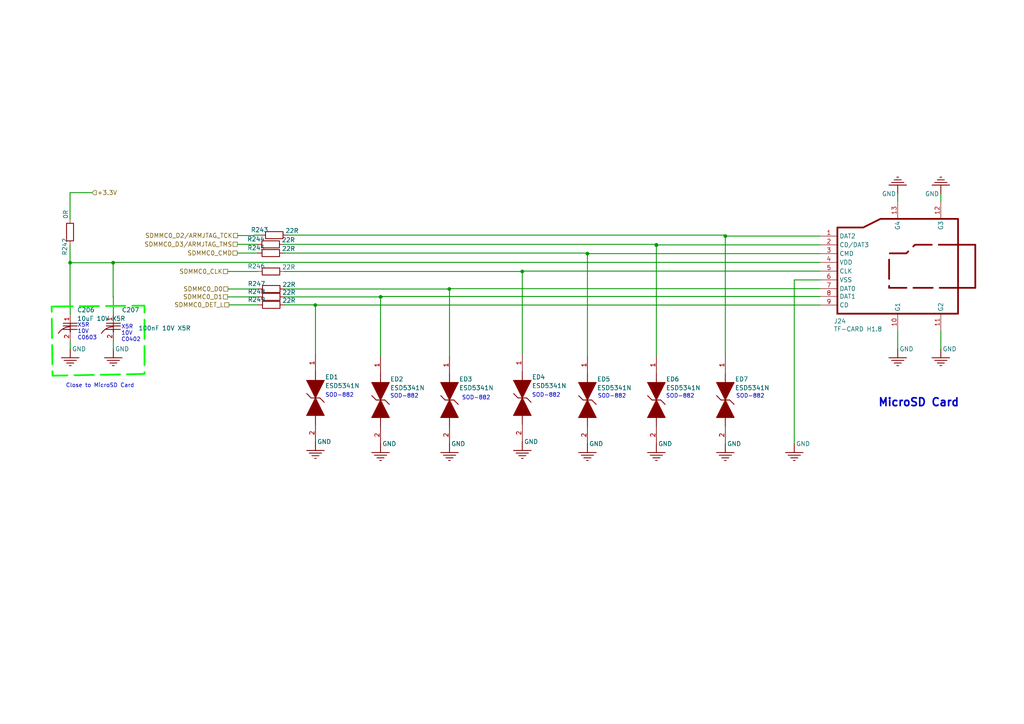
<source format=kicad_sch>
(kicad_sch (version 20231120) (generator "eeschema") (generator_version "8.0")
  (paper "A4")
  (lib_symbols
    (symbol "Device:R" (pin_numbers hide) (pin_names (offset 0))
      (property "Reference" "R" (at 2.032 0 90))
      (property "Value" "R" (at 0 0 90))
      (symbol "R_0_1"
        (rectangle (start -1.016 -2.54) (end 1.016 2.54) (stroke (width 0.254)))
      )
      (symbol "R_1_1"
        (pin passive line (at 0 3.81 270) (length 1.27) (name "~") (number "1"))
        (pin passive line (at 0 -3.81 90) (length 1.27) (name "~") (number "2"))
      )
    )
    (symbol "cm3568 LPDDR4-altium-import:GND" (power)
      (property "Reference" "#PWR" (at 0 0 0))
      (property "Value" "GND" (at 0 6.35 0))
      (symbol "GND_0_0"
        (polyline (pts (xy -2.54 -2.54) (xy 2.54 -2.54)) (stroke (width 0.254)))
        (polyline (pts (xy -1.778 -3.302) (xy 1.778 -3.302)) (stroke (width 0.254)))
        (polyline (pts (xy -1.016 -4.064) (xy 1.016 -4.064)) (stroke (width 0.254)))
        (polyline (pts (xy -0.254 -4.826) (xy 0.254 -4.826)) (stroke (width 0.254)))
        (polyline (pts (xy 0 0) (xy 0 -2.54)) (stroke (width 0.254)))
        (pin power_in line (at 0 0 0) (length 0) (name "GND") (number ""))
      )
    )
    (symbol "cm3568 LPDDR4-altium-import:root_0_TFP09-2-12B"
      (symbol "root_0_TFP09-2-12B_1_0"
        (polyline (pts (xy 45 -15) (xy 40 -15)) (stroke (width 0.508)))
        (polyline (pts (xy 40 -2.5) (xy 45 -2.5) (xy 45 -15)) (stroke (width 0.508)))
        (polyline (pts (xy 40 -2.5) (xy 27.5 -2.5) (xy 25 -5) (xy 20 -5) (xy 20 -15) (xy 40 -15)) (stroke (width 0.508) (type dash)))
        (polyline (pts (xy 5 -22.5) (xy 5 2.5) (xy 12.5 2.5) (xy 17.5 5) (xy 40 5) (xy 40 -22.5) (xy 5 -22.5)) (stroke (width 0.508)))
        (pin passive line (at 0 0 0) (length 5.08) (name "DAT2") (number "1"))
        (pin passive line (at 22.5 -27.5 90) (length 5.08) (name "G1") (number "10"))
        (pin passive line (at 35 -27.5 90) (length 5.08) (name "G2") (number "11"))
        (pin passive line (at 35 10 270) (length 5.08) (name "G3") (number "12"))
        (pin passive line (at 22.5 10 270) (length 5.08) (name "G4") (number "13"))
        (pin passive line (at 0 -2.54 0) (length 5.08) (name "CD/DAT3") (number "2"))
        (pin passive line (at 0 -5.08 0) (length 5.08) (name "CMD") (number "3"))
        (pin passive line (at 0 -7.62 0) (length 5.08) (name "VDD") (number "4"))
        (pin passive line (at 0 -10.16 0) (length 5.08) (name "CLK") (number "5"))
        (pin passive line (at 0 -12.7 0) (length 5.08) (name "VSS") (number "6"))
        (pin passive line (at 0 -15.24 0) (length 5.08) (name "DAT0") (number "7"))
        (pin passive line (at 0 -17.5 0) (length 5.08) (name "DAT1") (number "8"))
        (pin passive line (at 0 -20 0) (length 5.08) (name "CD") (number "9"))
      )
    )
    (symbol "cm3568 LPDDR4-altium-import:root_3_C0201_100nF"
      (symbol "root_3_C0201_100nF_1_0"
        (arc (start -4.5103 -1.5255) (mid -5.3375 -2.132) (end -5.9865 -2.9264) (stroke (width 0.254)))
        (arc (start -2.54 -1.016) (mid -3.5575 -1.1454) (end -4.5103 -1.5255) (stroke (width 0.254)))
        (polyline (pts (xy -4.572 -0.762) (xy -0.508 -0.762)) (stroke (width 0.254)))
        (polyline (pts (xy -4.572 0) (xy -0.508 0)) (stroke (width 0.254)))
        (polyline (pts (xy -2.54 -2.54) (xy -2.54 -1.778)) (stroke (width 0.254)))
        (polyline (pts (xy -2.54 -1.016) (xy -2.54 -2.54)) (stroke (width 0.254)))
        (polyline (pts (xy -2.54 0) (xy -2.54 -0.762)) (stroke (width 0.254)))
        (polyline (pts (xy -0.508 -1.778) (xy -4.572 -1.778)) (stroke (width 0.254)))
        (pin passive line (at -2.54 2.54 270) (length 2.54) (name "1") (number "1"))
        (pin passive line (at -2.54 -5.08 90) (length 2.54) (name "2") (number "2"))
      )
    )
    (symbol "cm3568 LPDDR4-altium-import:root_3_C0603_10uF"
      (symbol "root_3_C0603_10uF_1_0"
        (arc (start -4.5103 -1.5255) (mid -5.3375 -2.132) (end -5.9865 -2.9264) (stroke (width 0.254)))
        (arc (start -2.54 -1.016) (mid -3.5575 -1.1454) (end -4.5103 -1.5255) (stroke (width 0.254)))
        (polyline (pts (xy -4.572 -0.762) (xy -0.508 -0.762)) (stroke (width 0.254)))
        (polyline (pts (xy -4.572 0) (xy -0.508 0)) (stroke (width 0.254)))
        (polyline (pts (xy -2.54 -2.54) (xy -2.54 -1.778)) (stroke (width 0.254)))
        (polyline (pts (xy -2.54 -1.016) (xy -2.54 -2.54)) (stroke (width 0.254)))
        (polyline (pts (xy -2.54 0) (xy -2.54 -0.762)) (stroke (width 0.254)))
        (polyline (pts (xy -0.508 -1.778) (xy -4.572 -1.778)) (stroke (width 0.254)))
        (pin passive line (at -2.54 2.54 270) (length 2.54) (name "1") (number "1"))
        (pin passive line (at -2.54 -5.08 90) (length 2.54) (name "2") (number "2"))
      )
    )
    (symbol "cm3568 LPDDR4-altium-import:root_3_ESD0402_1xD5"
      (symbol "root_3_ESD0402_1xD5_1_0"
        (polyline (pts (xy -2.54 -5.08) (xy 0 0)) (stroke (width 0.254)))
        (polyline (pts (xy -2.54 5.08) (xy 0 0)) (stroke (width 0.254)))
        (polyline (pts (xy -1.27 0) (xy -2.54 1.27)) (stroke (width 0.254)))
        (polyline (pts (xy 0 -5.08) (xy 0 -7.62)) (stroke (width 0.254)))
        (polyline (pts (xy 0 0) (xy 2.54 -5.08)) (stroke (width 0.254)))
        (polyline (pts (xy 0 5.08) (xy 0 7.62)) (stroke (width 0.254)))
        (polyline (pts (xy 1.27 0) (xy -1.27 0)) (stroke (width 0.254)))
        (polyline (pts (xy 1.27 0) (xy 2.54 -1.27)) (stroke (width 0.254)))
        (polyline (pts (xy 2.54 -5.08) (xy -2.54 -5.08)) (stroke (width 0.254)))
        (polyline (pts (xy 2.54 5.08) (xy -2.54 5.08)) (stroke (width 0.254)))
        (polyline (pts (xy 2.54 5.08) (xy 0 0)) (stroke (width 0.254)))
        (polyline (pts (xy 0 -0.254) (xy 2.54 -5.08) (xy -2.54 -5.08) (xy 0 -0.254)) (stroke (width -0.0001)) (fill (type outline)))
        (polyline (pts (xy 2.54 5.08) (xy -2.54 5.08) (xy 0 0) (xy 2.54 5.08) (xy 2.54 5.08)) (stroke (width -0.0001)) (fill (type outline)))
        (pin passive line (at 0 12.7 270) (length 5.08) (name "1") (number "1"))
        (pin passive line (at 0 -12.7 90) (length 5.08) (name "2") (number "2"))
      )
    )
  )
  (junction (at 91.44 88.482))
  (junction (at 130.302 83.82))
  (junction (at 151.492 78.74))
  (junction (at 110.374 86.106))
  (junction (at 190.374 71.022))
  (junction (at 210.374 68.482))
  (junction (at 170.374 73.562))
  (junction (at 190.374 71.12))
  (junction (at 32.82 76.2))
  (junction (at 20.32 76.2))
  (wire (pts (xy 82.478 86.106) (xy 110.374 86.106)) (stroke (width 0.254)))
  (wire (pts (xy 210.374 68.482) (xy 210.374 68.2016)) (stroke (width 0.254)))
  (wire (pts (xy 91.44 88.646) (xy 91.44 88.482)) (stroke (width 0.254)))
  (wire (pts (xy 210.374 103.322) (xy 210.374 68.482)) (stroke (width 0.254)))
  (wire (pts (xy 91.44 88.42) (xy 82.478 88.42)) (stroke (width 0.254)))
  (wire (pts (xy 110.374 86.106) (xy 110.974 86.106)) (stroke (width 0.254)))
  (wire (pts (xy 237.874 68.482) (xy 210.374 68.482)) (stroke (width 0.254)))
  (wire (pts (xy 26.67 55.88) (xy 20.32 55.88)) (stroke (width 0.254)))
  (wire (pts (xy 91.492 88.646) (xy 91.44 88.646)) (stroke (width 0.254)))
  (wire (pts (xy 32.874 98.842) (xy 32.874 101.222)) (stroke (width 0.254)))
  (wire (pts (xy 260.374 56.222) (xy 260.374 58.482)) (stroke (width 0.254)))
  (wire (pts (xy 66.13 83.82) (xy 74.858 83.82)) (stroke (width 0.254)))
  (wire (pts (xy 74.7388 73.406) (xy 68.802 73.406)) (stroke (width 0.254)))
  (wire (pts (xy 190.374 70.866) (xy 190.374 71.022)) (stroke (width 0.254)))
  (wire (pts (xy 170.374 73.562) (xy 237.874 73.562)) (stroke (width 0.254)))
  (wire (pts (xy 32.874 86.142) (xy 32.874 91.222)) (stroke (width 0.254)))
  (wire (pts (xy 272.874 56.222) (xy 272.874 58.482)) (stroke (width 0.254)))
  (wire (pts (xy 190.374 71.022) (xy 190.374 71.12)) (stroke (width 0.254)))
  (wire (pts (xy 130.302 83.722) (xy 130.302 83.82)) (stroke (width 0.254)))
  (wire (pts (xy 82.3109 70.866) (xy 190.374 70.866)) (stroke (width 0.254)))
  (wire (pts (xy 20.32 76.2) (xy 20.32 88.682)) (stroke (width 0.254)))
  (wire (pts (xy 20.374 98.842) (xy 20.374 101.222)) (stroke (width 0.254)))
  (wire (pts (xy 91.44 88.482) (xy 237.874 88.482)) (stroke (width 0.254)))
  (wire (pts (xy 20.32 76.2) (xy 32.82 76.2)) (stroke (width 0.254)))
  (wire (pts (xy 237.874 81.182) (xy 230.374 81.182)) (stroke (width 0.254)))
  (wire (pts (xy 20.32 76.2) (xy 20.32 71.12)) (stroke (width 0.254)))
  (wire (pts (xy 110.974 86.106) (xy 110.974 85.982)) (stroke (width 0.254)))
  (wire (pts (xy 32.82 76.102) (xy 32.82 76.2)) (stroke (width 0.254)))
  (wire (pts (xy 170.374 103.322) (xy 170.374 73.562)) (stroke (width 0.254)))
  (wire (pts (xy 151.838 78.642) (xy 237.874 78.642)) (stroke (width 0.254)))
  (wire (pts (xy 73.66 68.326) (xy 68.934 68.326)) (stroke (width 0.254)))
  (wire (pts (xy 151.492 78.74) (xy 151.838 78.74)) (stroke (width 0.254)))
  (wire (pts (xy 68.834 70.866) (xy 74.6909 70.866)) (stroke (width 0.254)))
  (wire (pts (xy 151.492 102.71) (xy 151.492 78.74)) (stroke (width 0.254)))
  (wire (pts (xy 32.82 86.142) (xy 32.874 86.142)) (stroke (width 0.254)))
  (wire (pts (xy 20.374 88.682) (xy 20.374 91.222)) (stroke (width 0.254)))
  (wire (pts (xy 237.874 71.022) (xy 190.374 71.022)) (stroke (width 0.254)))
  (wire (pts (xy 170.18 73.406) (xy 82.3588 73.406)) (stroke (width 0.254)))
  (wire (pts (xy 75.7409 68.2016) (xy 73.66 68.2016)) (stroke (width 0.254)))
  (wire (pts (xy 170.18 73.562) (xy 170.18 73.406)) (stroke (width 0.254)))
  (wire (pts (xy 32.82 76.2) (xy 32.82 86.142)) (stroke (width 0.254)))
  (wire (pts (xy 110.974 85.982) (xy 237.874 85.982)) (stroke (width 0.254)))
  (wire (pts (xy 82.478 83.82) (xy 130.302 83.82)) (stroke (width 0.254)))
  (wire (pts (xy 260.374 101.222) (xy 260.374 95.982)) (stroke (width 0.254)))
  (wire (pts (xy 151.838 78.74) (xy 151.838 78.642)) (stroke (width 0.254)))
  (wire (pts (xy 66.04 78.74) (xy 74.7861 78.74)) (stroke (width 0.254)))
  (wire (pts (xy 237.874 76.102) (xy 32.82 76.102)) (stroke (width 0.254)))
  (wire (pts (xy 190.374 71.12) (xy 190.374 103.322)) (stroke (width 0.254)))
  (wire (pts (xy 272.874 101.222) (xy 272.874 95.982)) (stroke (width 0.254)))
  (wire (pts (xy 230.374 81.182) (xy 230.374 128.722)) (stroke (width 0.254)))
  (wire (pts (xy 82.4061 78.74) (xy 151.492 78.74)) (stroke (width 0.254)))
  (wire (pts (xy 73.66 68.2016) (xy 73.66 68.326)) (stroke (width 0.254)))
  (wire (pts (xy 210.374 68.2016) (xy 83.3609 68.2016)) (stroke (width 0.254)))
  (wire (pts (xy 66.04 86.106) (xy 74.858 86.106)) (stroke (width 0.254)))
  (wire (pts (xy 91.492 102.71) (xy 91.492 88.646)) (stroke (width 0.254)))
  (wire (pts (xy 74.858 88.42) (xy 66.4085 88.42)) (stroke (width 0.254)))
  (wire (pts (xy 190.374 71.12) (xy 190.466 71.12)) (stroke (width 0.254)))
  (wire (pts (xy 20.32 88.682) (xy 20.374 88.682)) (stroke (width 0.254)))
  (wire (pts (xy 20.32 55.88) (xy 20.32 63.5)) (stroke (width 0.254)))
  (wire (pts (xy 170.374 73.562) (xy 170.18 73.562)) (stroke (width 0.254)))
  (wire (pts (xy 237.874 83.722) (xy 130.302 83.722)) (stroke (width 0.254)))
  (wire (pts (xy 110.374 103.322) (xy 110.374 86.106)) (stroke (width 0.254)))
  (wire (pts (xy 130.374 83.82) (xy 130.374 103.322)) (stroke (width 0.254)))
  (wire (pts (xy 91.44 88.42) (xy 91.44 88.482)) (stroke (width 0.254)))
  (wire (pts (xy 130.302 83.82) (xy 130.374 83.82)) (stroke (width 0.254)))
  (polyline (pts (xy 15.494 88.9) (xy 41.91 88.646) (xy 41.91 108.458) (xy 15.24 108.966) (xy 14.986 88.9)) (stroke (width 0.508) (type dash) (color 0 255 0 1)))
  (text_box "SOD-882" (at 192.278 113.186 0) (size 15 3.048) (stroke (width -0.0001) (color 0 0 0 1)) (effects (font (size 1.143 1.143)) (justify left top)))
  (text_box "SOD-882" (at 212.598 113.186 0) (size 15 3.048) (stroke (width -0.0001) (color 0 0 0 1)) (effects (font (size 1.143 1.143)) (justify left top)))
  (text_box "SOD-882" (at 153.416 112.932 0) (size 15 3.048) (stroke (width -0.0001) (color 0 0 0 1)) (effects (font (size 1.143 1.143)) (justify left top)))
  (text_box "MicroSD Card" (at 282.874 113.562 0) (size -30 10.16) (stroke (width -0.0001) (color 0 0 0 1)) (effects (font (size 2.286 2.286) (bold yes)) (justify left top)))
  (text_box "" (at 132.828 112.87 0) (size 15 3.048) (stroke (width -0.0001) (color 0 0 0 1)) (effects (font (size 1.143 1.143)) (justify left top)))
  (text_box "SOD-882" (at 172.466 113.186 0) (size 15 3.048) (stroke (width -0.0001) (color 0 0 0 1)) (effects (font (size 1.143 1.143)) (justify left top)))
  (text_box "X5R\n10V\nC0402\n" (at 34.29 93.12 0) (size 7.5 8.138) (stroke (width -0.0001) (color 0 0 0 1)) (effects (font (size 1.143 1.143)) (justify left top)))
  (text_box "SOD-882" (at 93.472 112.932 0) (size 15 3.048) (stroke (width -0.0001) (color 0 0 0 1)) (effects (font (size 1.143 1.143)) (justify left top)))
  (text_box "SOD-882" (at 112.268 113.186 0) (size 15 3.048) (stroke (width -0.0001) (color 0 0 0 1)) (effects (font (size 1.143 1.143)) (justify left top)))
  (text_box "SOD-882" (at 133.096 113.694 0) (size 15 3.048) (stroke (width -0.0001) (color 0 0 0 1)) (effects (font (size 1.143 1.143)) (justify left top)))
  (text_box "X5R\n10V\nC0603" (at 21.59 92.612 0) (size 7.5 8.138) (stroke (width -0.0001) (color 0 0 0 1)) (effects (font (size 1.143 1.143)) (justify left top)))
  (text_box "Close to MicroSD Card" (at 41.402 110.144 0) (size -23.192 3.138) (stroke (width -0.0001) (color 0 0 0 1)) (effects (font (size 1.143 1.143)) (justify left top)))
  (label "" (at 44.958 78.74 0))
  (hierarchical_label "SDMMC0_D1" (shape passive) (at 66.04 86.106 180))
  (hierarchical_label "SDMMC0_D3/ARMJTAG_TMS" (shape passive) (at 68.834 70.866 180))
  (hierarchical_label "SDMMC0_CLK" (shape passive) (at 66.04 78.74 180))
  (hierarchical_label "SDMMC0_DET_L" (shape passive) (at 66.4085 88.42 180))
  (hierarchical_label "SDMMC0_D0" (shape passive) (at 66.13 83.82 180))
  (hierarchical_label "SDMMC0_CMD" (shape passive) (at 68.802 73.406 180))
  (hierarchical_label "SDMMC0_D2/ARMJTAG_TCK" (shape passive) (at 68.934 68.326 180))
  (hierarchical_label "+3.3V" (shape input) (at 26.67 55.88 0))
  (symbol (lib_id "cm3568 LPDDR4-altium-import:root_3_ESD0402_1xD5") (at 210.374 116.022 0) (unit 1)
    (property "Reference" "ED7" (at 213.168 110.688 0) (effects (justify left bottom)))
    (property "Value" "ESD5341N" (at 213.168 113.228 0) (effects (justify left bottom)))
    (property "Footprint" "HDMI 2.0 TX:ESD5341N" (effects (hide yes)))
    (property "MPN" "ESD5341N" (effects (hide yes)))
  )
  (symbol (lib_id "cm3568 LPDDR4-altium-import:GND") (at 110.374 128.722 0) (unit 1)
    (property "Reference" "#PWR0210" (effects (hide yes)))
    (property "Value" "GND" (effects (hide yes)))
  )
  (symbol (lib_id "Device:R") (at 78.5488 73.406 90) (unit 1)
    (property "Reference" "R245" (at 74.2964 71.882 90))
    (property "Value" "22R" (at 83.6944 72.136 90))
    (property "Footprint" "Resistor_SMD:R_0603_1608Metric" (effects (hide yes)))
    (property "Description" "Resistor" (effects (hide yes)))
  )
  (symbol (lib_id "cm3568 LPDDR4-altium-import:GND") (at 230.374 128.722 0) (unit 1)
    (property "Reference" "#PWR0218" (effects (hide yes)))
    (property "Value" "GND" (effects (hide yes)))
  )
  (symbol (lib_id "cm3568 LPDDR4-altium-import:GND") (at 91.492 128.11 0) (unit 1)
    (property "Reference" "#PWR0191" (effects (hide yes)))
    (property "Value" "GND" (effects (hide yes)))
  )
  (symbol (lib_id "cm3568 LPDDR4-altium-import:GND") (at 170.374 128.722 0) (unit 1)
    (property "Reference" "#PWR0214" (effects (hide yes)))
    (property "Value" "GND" (effects (hide yes)))
  )
  (symbol (lib_id "cm3568 LPDDR4-altium-import:root_3_ESD0402_1xD5") (at 170.374 116.022 0) (unit 1)
    (property "Reference" "ED5" (at 173.168 110.688 0) (effects (justify left bottom)))
    (property "Value" "ESD5341N" (at 173.168 113.228 0) (effects (justify left bottom)))
    (property "Footprint" "HDMI 2.0 TX:ESD5341N" (effects (hide yes)))
    (property "MPN" "ESD5341N" (effects (hide yes)))
  )
  (symbol (lib_id "cm3568 LPDDR4-altium-import:root_3_C0201_100nF") (at 35.414 93.762 0) (unit 1)
    (property "Reference" "C207" (at 35.306 90.62 0) (effects (justify left bottom)))
    (property "Value" "100nF 10V X5R" (at 40.132 95.914 0) (effects (justify left bottom)))
    (property "Footprint" "Capacitor_SMD:C_0402_1005Metric" (effects (hide yes)))
  )
  (symbol (lib_id "cm3568 LPDDR4-altium-import:root_0_TFP09-2-12B") (at 237.874 68.482 0) (unit 1)
    (property "Reference" "J24" (at 241.808 93.882 0) (effects (justify left bottom)))
    (property "Value" "TF-CARD H1.8" (at 241.808 96.168 0) (effects (justify left bottom)))
    (property "Footprint" "HDMI 2.0 TX:TF-CARD H1.8" (effects (hide yes)))
    (property "DATASHEET LINK" "http://images.100y.com.tw/pdf_file/10-TFP09-2-12B.pdf" (effects (hide yes)))
    (property "HEIGHT" "2.45mm" (effects (hide yes)))
    (property "MANUFACTURER_NAME" "100y" (effects (hide yes)))
    (property "MANUFACTURER_PART_NUMBER" "TFP09-2-12B" (effects (hide yes)))
    (property "MPN" "TF-CARD H1.8" (effects (hide yes)))
  )
  (symbol (lib_id "cm3568 LPDDR4-altium-import:GND") (at 20.374 101.222 0) (unit 1)
    (property "Reference" "#PWR066" (effects (hide yes)))
    (property "Value" "GND" (effects (hide yes)))
  )
  (symbol (lib_id "cm3568 LPDDR4-altium-import:GND") (at 260.374 101.222 0) (unit 1)
    (property "Reference" "#PWR0220" (effects (hide yes)))
    (property "Value" "GND" (effects (hide yes)))
  )
  (symbol (lib_id "Device:R") (at 78.668 86.106 90) (unit 1)
    (property "Reference" "R248" (at 74.4156 84.582 90))
    (property "Value" "22R" (at 83.8136 84.836 90))
    (property "Footprint" "Resistor_SMD:R_0603_1608Metric" (effects (hide yes)))
    (property "Description" "Resistor" (effects (hide yes)))
  )
  (symbol (lib_id "cm3568 LPDDR4-altium-import:GND") (at 32.874 101.222 0) (unit 1)
    (property "Reference" "#PWR074" (effects (hide yes)))
    (property "Value" "GND" (effects (hide yes)))
  )
  (symbol (lib_id "Device:R") (at 79.5509 68.2016 90) (unit 1)
    (property "Reference" "R243" (at 75.2985 66.6776 90))
    (property "Value" "22R" (at 84.6965 66.9316 90))
    (property "Footprint" "Resistor_SMD:R_0603_1608Metric" (effects (hide yes)))
    (property "Description" "Resistor" (effects (hide yes)))
  )
  (symbol (lib_id "cm3568 LPDDR4-altium-import:GND") (at 210.374 128.722 0) (unit 1)
    (property "Reference" "#PWR0216" (effects (hide yes)))
    (property "Value" "GND" (effects (hide yes)))
  )
  (symbol (lib_id "cm3568 LPDDR4-altium-import:root_3_ESD0402_1xD5") (at 190.374 116.022 0) (unit 1)
    (property "Reference" "ED6" (at 193.168 110.688 0) (effects (justify left bottom)))
    (property "Value" "ESD5341N" (at 193.168 113.228 0) (effects (justify left bottom)))
    (property "Footprint" "HDMI 2.0 TX:ESD5341N" (effects (hide yes)))
    (property "MPN" "ESD5341N" (effects (hide yes)))
  )
  (symbol (lib_id "Device:R") (at 78.5009 70.866 90) (unit 1)
    (property "Reference" "R244" (at 74.2485 69.342 90))
    (property "Value" "22R" (at 83.6465 69.596 90))
    (property "Footprint" "Resistor_SMD:R_0603_1608Metric" (effects (hide yes)))
    (property "Description" "Resistor" (effects (hide yes)))
  )
  (symbol (lib_id "cm3568 LPDDR4-altium-import:root_3_ESD0402_1xD5") (at 130.374 116.022 0) (unit 1)
    (property "Reference" "ED3" (at 133.168 110.688 0) (effects (justify left bottom)))
    (property "Value" "ESD5341N" (at 133.168 113.228 0) (effects (justify left bottom)))
    (property "Footprint" "HDMI 2.0 TX:ESD5341N" (effects (hide yes)))
    (property "MPN" "ESD5341N" (effects (hide yes)))
  )
  (symbol (lib_id "Device:R") (at 20.32 67.31 180) (unit 1)
    (property "Reference" "R242" (at 18.796 71.5624 90))
    (property "Value" "0R" (at 19.05 62.1644 90))
    (property "Footprint" "Resistor_SMD:R_0603_1608Metric" (effects (hide yes)))
    (property "Description" "Resistor" (effects (hide yes)))
  )
  (symbol (lib_id "Device:R") (at 78.5961 78.74 90) (unit 1)
    (property "Reference" "R246" (at 74.3437 77.216 90))
    (property "Value" "22R" (at 83.7417 77.47 90))
    (property "Footprint" "Resistor_SMD:R_0603_1608Metric" (effects (hide yes)))
    (property "Description" "Resistor" (effects (hide yes)))
  )
  (symbol (lib_id "cm3568 LPDDR4-altium-import:GND") (at 151.492 128.11 0) (unit 1)
    (property "Reference" "#PWR0213" (effects (hide yes)))
    (property "Value" "GND" (effects (hide yes)))
  )
  (symbol (lib_id "Device:R") (at 78.668 88.42 90) (unit 1)
    (property "Reference" "R249" (at 74.4156 86.896 90))
    (property "Value" "22R" (at 83.8136 87.15 90))
    (property "Footprint" "Resistor_SMD:R_0603_1608Metric" (effects (hide yes)))
    (property "Description" "Resistor" (effects (hide yes)))
  )
  (symbol (lib_id "cm3568 LPDDR4-altium-import:GND") (at 272.874 56.222 180) (unit 1)
    (property "Reference" "#PWR0221" (effects (hide yes)))
    (property "Value" "GND" (effects (hide yes)))
  )
  (symbol (lib_id "cm3568 LPDDR4-altium-import:GND") (at 260.374 56.222 180) (unit 1)
    (property "Reference" "#PWR0219" (effects (hide yes)))
    (property "Value" "GND" (effects (hide yes)))
  )
  (symbol (lib_id "cm3568 LPDDR4-altium-import:root_3_C0603_10uF") (at 22.914 93.762 0) (unit 1)
    (property "Reference" "C206" (at 22.352 90.62 0) (effects (justify left bottom)))
    (property "Value" "10uF 10V X5R" (at 22.352 93.12 0) (effects (justify left bottom)))
    (property "Footprint" "Capacitor_SMD:C_0603_1608Metric" (effects (hide yes)))
  )
  (symbol (lib_id "cm3568 LPDDR4-altium-import:root_3_ESD0402_1xD5") (at 91.492 115.41 0) (unit 1)
    (property "Reference" "ED1" (at 94.286 110.076 0) (effects (justify left bottom)))
    (property "Value" "ESD5341N" (at 94.286 112.616 0) (effects (justify left bottom)))
    (property "Footprint" "HDMI 2.0 TX:ESD5341N" (effects (hide yes)))
    (property "MPN" "ESD5341N" (effects (hide yes)))
  )
  (symbol (lib_id "cm3568 LPDDR4-altium-import:root_3_ESD0402_1xD5") (at 110.374 116.022 0) (unit 1)
    (property "Reference" "ED2" (at 113.168 110.688 0) (effects (justify left bottom)))
    (property "Value" "ESD5341N" (at 113.168 113.228 0) (effects (justify left bottom)))
    (property "Footprint" "HDMI 2.0 TX:ESD5341N" (effects (hide yes)))
    (property "MPN" "ESD5341N" (effects (hide yes)))
  )
  (symbol (lib_id "cm3568 LPDDR4-altium-import:GND") (at 272.874 101.222 0) (unit 1)
    (property "Reference" "#PWR0222" (effects (hide yes)))
    (property "Value" "GND" (effects (hide yes)))
  )
  (symbol (lib_id "cm3568 LPDDR4-altium-import:GND") (at 130.374 128.722 0) (unit 1)
    (property "Reference" "#PWR0211" (effects (hide yes)))
    (property "Value" "GND" (effects (hide yes)))
  )
  (symbol (lib_id "cm3568 LPDDR4-altium-import:root_3_ESD0402_1xD5") (at 151.492 115.41 0) (unit 1)
    (property "Reference" "ED4" (at 154.286 110.076 0) (effects (justify left bottom)))
    (property "Value" "ESD5341N" (at 154.286 112.616 0) (effects (justify left bottom)))
    (property "Footprint" "HDMI 2.0 TX:ESD5341N" (effects (hide yes)))
    (property "MPN" "ESD5341N" (effects (hide yes)))
  )
  (symbol (lib_id "cm3568 LPDDR4-altium-import:GND") (at 190.374 128.722 0) (unit 1)
    (property "Reference" "#PWR0215" (effects (hide yes)))
    (property "Value" "GND" (effects (hide yes)))
  )
  (symbol (lib_id "Device:R") (at 78.668 83.82 90) (unit 1)
    (property "Reference" "R247" (at 74.4156 82.296 90))
    (property "Value" "22R" (at 83.8136 82.55 90))
    (property "Footprint" "Resistor_SMD:R_0603_1608Metric" (effects (hide yes)))
    (property "Description" "Resistor" (effects (hide yes)))
  )
)
</source>
